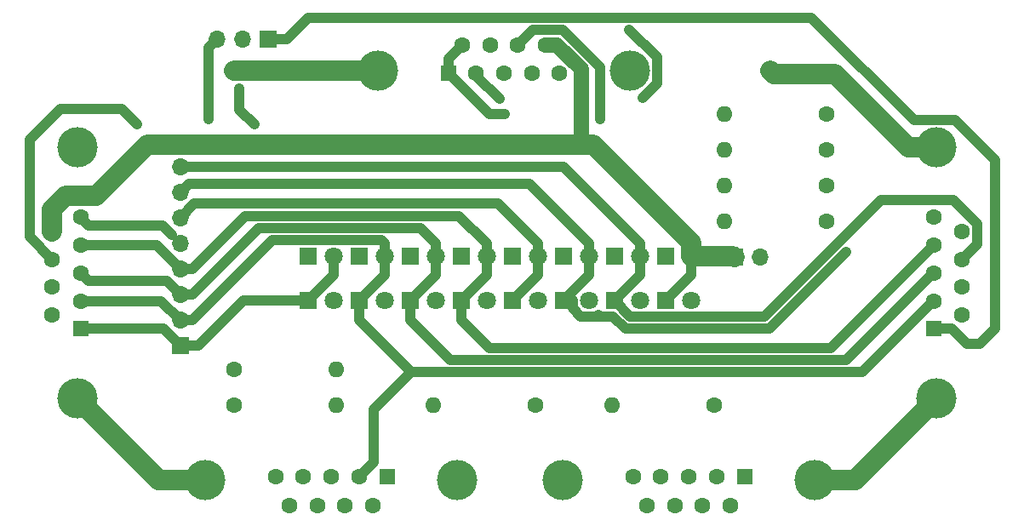
<source format=gtl>
G04 #@! TF.GenerationSoftware,KiCad,Pcbnew,5.0.2-bee76a0~70~ubuntu14.04.1*
G04 #@! TF.CreationDate,2019-02-12T21:08:15+10:00*
G04 #@! TF.ProjectId,RS232Sniffer,52533233-3253-46e6-9966-6665722e6b69,rev?*
G04 #@! TF.SameCoordinates,Original*
G04 #@! TF.FileFunction,Copper,L1,Top*
G04 #@! TF.FilePolarity,Positive*
%FSLAX46Y46*%
G04 Gerber Fmt 4.6, Leading zero omitted, Abs format (unit mm)*
G04 Created by KiCad (PCBNEW 5.0.2-bee76a0~70~ubuntu14.04.1) date Tue 12 Feb 2019 21:08:15 AEST*
%MOMM*%
%LPD*%
G01*
G04 APERTURE LIST*
G04 #@! TA.AperFunction,ComponentPad*
%ADD10R,1.800000X1.800000*%
G04 #@! TD*
G04 #@! TA.AperFunction,ComponentPad*
%ADD11C,1.800000*%
G04 #@! TD*
G04 #@! TA.AperFunction,ComponentPad*
%ADD12R,1.700000X1.700000*%
G04 #@! TD*
G04 #@! TA.AperFunction,ComponentPad*
%ADD13O,1.700000X1.700000*%
G04 #@! TD*
G04 #@! TA.AperFunction,ComponentPad*
%ADD14O,1.600000X1.600000*%
G04 #@! TD*
G04 #@! TA.AperFunction,ComponentPad*
%ADD15C,1.600000*%
G04 #@! TD*
G04 #@! TA.AperFunction,ComponentPad*
%ADD16C,4.000000*%
G04 #@! TD*
G04 #@! TA.AperFunction,ComponentPad*
%ADD17R,1.600000X1.600000*%
G04 #@! TD*
G04 #@! TA.AperFunction,ViaPad*
%ADD18C,0.800000*%
G04 #@! TD*
G04 #@! TA.AperFunction,Conductor*
%ADD19C,1.000000*%
G04 #@! TD*
G04 #@! TA.AperFunction,Conductor*
%ADD20C,2.000000*%
G04 #@! TD*
G04 #@! TA.AperFunction,Conductor*
%ADD21C,1.500000*%
G04 #@! TD*
G04 APERTURE END LIST*
D10*
G04 #@! TO.P,D1,1*
G04 #@! TO.N,Net-(D1-Pad1)*
X92710000Y-98425000D03*
D11*
G04 #@! TO.P,D1,2*
G04 #@! TO.N,DCD*
X95250000Y-98425000D03*
G04 #@! TD*
G04 #@! TO.P,D2,2*
G04 #@! TO.N,Net-(D1-Pad1)*
X95250000Y-102870000D03*
D10*
G04 #@! TO.P,D2,1*
G04 #@! TO.N,DCD*
X92710000Y-102870000D03*
G04 #@! TD*
G04 #@! TO.P,D3,1*
G04 #@! TO.N,Net-(D3-Pad1)*
X113030000Y-98425000D03*
D11*
G04 #@! TO.P,D3,2*
G04 #@! TO.N,DSR*
X115570000Y-98425000D03*
G04 #@! TD*
G04 #@! TO.P,D4,2*
G04 #@! TO.N,Net-(D3-Pad1)*
X115570000Y-102870000D03*
D10*
G04 #@! TO.P,D4,1*
G04 #@! TO.N,DSR*
X113030000Y-102870000D03*
G04 #@! TD*
G04 #@! TO.P,D5,1*
G04 #@! TO.N,Net-(D5-Pad1)*
X107950000Y-98425000D03*
D11*
G04 #@! TO.P,D5,2*
G04 #@! TO.N,DTR*
X110490000Y-98425000D03*
G04 #@! TD*
G04 #@! TO.P,D6,2*
G04 #@! TO.N,Net-(D5-Pad1)*
X110490000Y-102870000D03*
D10*
G04 #@! TO.P,D6,1*
G04 #@! TO.N,DTR*
X107950000Y-102870000D03*
G04 #@! TD*
G04 #@! TO.P,D7,1*
G04 #@! TO.N,Net-(D7-Pad1)*
X118110000Y-98425000D03*
D11*
G04 #@! TO.P,D7,2*
G04 #@! TO.N,RTS*
X120650000Y-98425000D03*
G04 #@! TD*
G04 #@! TO.P,D8,2*
G04 #@! TO.N,Net-(D7-Pad1)*
X120650000Y-102870000D03*
D10*
G04 #@! TO.P,D8,1*
G04 #@! TO.N,RTS*
X118110000Y-102870000D03*
G04 #@! TD*
G04 #@! TO.P,D9,1*
G04 #@! TO.N,Net-(D10-Pad2)*
X123190000Y-98425000D03*
D11*
G04 #@! TO.P,D9,2*
G04 #@! TO.N,CTS*
X125730000Y-98425000D03*
G04 #@! TD*
G04 #@! TO.P,D10,2*
G04 #@! TO.N,Net-(D10-Pad2)*
X125730000Y-102870000D03*
D10*
G04 #@! TO.P,D10,1*
G04 #@! TO.N,CTS*
X123190000Y-102870000D03*
G04 #@! TD*
G04 #@! TO.P,D11,1*
G04 #@! TO.N,Net-(D11-Pad1)*
X128270000Y-98425000D03*
D11*
G04 #@! TO.P,D11,2*
G04 #@! TO.N,RI*
X130810000Y-98425000D03*
G04 #@! TD*
G04 #@! TO.P,D12,2*
G04 #@! TO.N,Net-(D11-Pad1)*
X130810000Y-102870000D03*
D10*
G04 #@! TO.P,D12,1*
G04 #@! TO.N,RI*
X128270000Y-102870000D03*
G04 #@! TD*
G04 #@! TO.P,D13,1*
G04 #@! TO.N,Net-(D13-Pad1)*
X97790000Y-98425000D03*
D11*
G04 #@! TO.P,D13,2*
G04 #@! TO.N,RX*
X100330000Y-98425000D03*
G04 #@! TD*
G04 #@! TO.P,D14,2*
G04 #@! TO.N,Net-(D13-Pad1)*
X100330000Y-102870000D03*
D10*
G04 #@! TO.P,D14,1*
G04 #@! TO.N,RX*
X97790000Y-102870000D03*
G04 #@! TD*
G04 #@! TO.P,D15,1*
G04 #@! TO.N,Net-(D15-Pad1)*
X102870000Y-98425000D03*
D11*
G04 #@! TO.P,D15,2*
G04 #@! TO.N,TX*
X105410000Y-98425000D03*
G04 #@! TD*
G04 #@! TO.P,D16,2*
G04 #@! TO.N,Net-(D15-Pad1)*
X105410000Y-102870000D03*
D10*
G04 #@! TO.P,D16,1*
G04 #@! TO.N,TX*
X102870000Y-102870000D03*
G04 #@! TD*
D12*
G04 #@! TO.P,J6,1*
G04 #@! TO.N,DCD*
X80010000Y-107315000D03*
D13*
G04 #@! TO.P,J6,2*
G04 #@! TO.N,RX*
X80010000Y-104775000D03*
G04 #@! TO.P,J6,3*
G04 #@! TO.N,TX*
X80010000Y-102235000D03*
G04 #@! TO.P,J6,4*
G04 #@! TO.N,DTR*
X80010000Y-99695000D03*
G04 #@! TO.P,J6,5*
G04 #@! TO.N,GND*
X80010000Y-97155000D03*
G04 #@! TO.P,J6,6*
G04 #@! TO.N,DSR*
X80010000Y-94615000D03*
G04 #@! TO.P,J6,7*
G04 #@! TO.N,RTS*
X80010000Y-92075000D03*
G04 #@! TO.P,J6,8*
G04 #@! TO.N,CTS*
X80010000Y-89535000D03*
G04 #@! TD*
D12*
G04 #@! TO.P,J7,1*
G04 #@! TO.N,RI*
X135128000Y-98552000D03*
D13*
G04 #@! TO.P,J7,2*
G04 #@! TO.N,GND*
X137668000Y-98552000D03*
G04 #@! TD*
D14*
G04 #@! TO.P,R1,2*
G04 #@! TO.N,Net-(D1-Pad1)*
X95504000Y-109728000D03*
D15*
G04 #@! TO.P,R1,1*
G04 #@! TO.N,GND*
X85344000Y-109728000D03*
G04 #@! TD*
G04 #@! TO.P,R2,1*
G04 #@! TO.N,GND*
X144272000Y-84328000D03*
D14*
G04 #@! TO.P,R2,2*
G04 #@! TO.N,Net-(D3-Pad1)*
X134112000Y-84328000D03*
G04 #@! TD*
G04 #@! TO.P,R3,2*
G04 #@! TO.N,Net-(D5-Pad1)*
X122936000Y-113284000D03*
D15*
G04 #@! TO.P,R3,1*
G04 #@! TO.N,GND*
X133096000Y-113284000D03*
G04 #@! TD*
G04 #@! TO.P,R4,1*
G04 #@! TO.N,GND*
X144272000Y-87884000D03*
D14*
G04 #@! TO.P,R4,2*
G04 #@! TO.N,Net-(D7-Pad1)*
X134112000Y-87884000D03*
G04 #@! TD*
D15*
G04 #@! TO.P,R5,1*
G04 #@! TO.N,GND*
X144272000Y-91440000D03*
D14*
G04 #@! TO.P,R5,2*
G04 #@! TO.N,Net-(D10-Pad2)*
X134112000Y-91440000D03*
G04 #@! TD*
G04 #@! TO.P,R6,2*
G04 #@! TO.N,Net-(D11-Pad1)*
X134112000Y-94996000D03*
D15*
G04 #@! TO.P,R6,1*
G04 #@! TO.N,GND*
X144272000Y-94996000D03*
G04 #@! TD*
D14*
G04 #@! TO.P,R7,2*
G04 #@! TO.N,Net-(D13-Pad1)*
X95504000Y-113284000D03*
D15*
G04 #@! TO.P,R7,1*
G04 #@! TO.N,GND*
X85344000Y-113284000D03*
G04 #@! TD*
G04 #@! TO.P,R8,1*
G04 #@! TO.N,GND*
X115316000Y-113284000D03*
D14*
G04 #@! TO.P,R8,2*
G04 #@! TO.N,Net-(D15-Pad1)*
X105156000Y-113284000D03*
G04 #@! TD*
D12*
G04 #@! TO.P,SW1,1*
G04 #@! TO.N,Net-(J4-Pad1)*
X88773000Y-76835000D03*
D13*
G04 #@! TO.P,SW1,2*
G04 #@! TO.N,DCD*
X86233000Y-76835000D03*
G04 #@! TO.P,SW1,3*
G04 #@! TO.N,DSR*
X83693000Y-76835000D03*
G04 #@! TD*
D16*
G04 #@! TO.P,J1,0*
G04 #@! TO.N,Earth*
X69804000Y-112624000D03*
X69804000Y-87624000D03*
D15*
G04 #@! TO.P,J1,9*
G04 #@! TO.N,RI*
X67264000Y-95969000D03*
G04 #@! TO.P,J1,8*
G04 #@! TO.N,CTS*
X67264000Y-98739000D03*
G04 #@! TO.P,J1,7*
G04 #@! TO.N,RTS*
X67264000Y-101509000D03*
G04 #@! TO.P,J1,6*
G04 #@! TO.N,DSR*
X67264000Y-104279000D03*
G04 #@! TO.P,J1,5*
G04 #@! TO.N,GND*
X70104000Y-94584000D03*
G04 #@! TO.P,J1,4*
G04 #@! TO.N,DTR*
X70104000Y-97354000D03*
G04 #@! TO.P,J1,3*
G04 #@! TO.N,TX*
X70104000Y-100124000D03*
G04 #@! TO.P,J1,2*
G04 #@! TO.N,RX*
X70104000Y-102894000D03*
D17*
G04 #@! TO.P,J1,1*
G04 #@! TO.N,DCD*
X70104000Y-105664000D03*
G04 #@! TD*
G04 #@! TO.P,J2,1*
G04 #@! TO.N,N/C*
X100584000Y-120396000D03*
D15*
G04 #@! TO.P,J2,2*
G04 #@! TO.N,RX*
X97814000Y-120396000D03*
G04 #@! TO.P,J2,3*
G04 #@! TO.N,N/C*
X95044000Y-120396000D03*
G04 #@! TO.P,J2,4*
X92274000Y-120396000D03*
G04 #@! TO.P,J2,5*
G04 #@! TO.N,GND*
X89504000Y-120396000D03*
G04 #@! TO.P,J2,6*
G04 #@! TO.N,N/C*
X99199000Y-123236000D03*
G04 #@! TO.P,J2,7*
X96429000Y-123236000D03*
G04 #@! TO.P,J2,8*
X93659000Y-123236000D03*
G04 #@! TO.P,J2,9*
X90889000Y-123236000D03*
D16*
G04 #@! TO.P,J2,0*
G04 #@! TO.N,Earth*
X82544000Y-120696000D03*
X107544000Y-120696000D03*
G04 #@! TD*
G04 #@! TO.P,J3,0*
G04 #@! TO.N,Earth*
X143104000Y-120696000D03*
X118104000Y-120696000D03*
D15*
G04 #@! TO.P,J3,9*
G04 #@! TO.N,N/C*
X126449000Y-123236000D03*
G04 #@! TO.P,J3,8*
X129219000Y-123236000D03*
G04 #@! TO.P,J3,7*
X131989000Y-123236000D03*
G04 #@! TO.P,J3,6*
X134759000Y-123236000D03*
G04 #@! TO.P,J3,5*
G04 #@! TO.N,GND*
X125064000Y-120396000D03*
G04 #@! TO.P,J3,4*
G04 #@! TO.N,N/C*
X127834000Y-120396000D03*
G04 #@! TO.P,J3,3*
X130604000Y-120396000D03*
G04 #@! TO.P,J3,2*
G04 #@! TO.N,TX*
X133374000Y-120396000D03*
D17*
G04 #@! TO.P,J3,1*
G04 #@! TO.N,N/C*
X136144000Y-120396000D03*
G04 #@! TD*
G04 #@! TO.P,J4,1*
G04 #@! TO.N,Net-(J4-Pad1)*
X154940000Y-105664000D03*
D15*
G04 #@! TO.P,J4,2*
G04 #@! TO.N,RX*
X154940000Y-102894000D03*
G04 #@! TO.P,J4,3*
G04 #@! TO.N,TX*
X154940000Y-100124000D03*
G04 #@! TO.P,J4,4*
G04 #@! TO.N,DTR*
X154940000Y-97354000D03*
G04 #@! TO.P,J4,5*
G04 #@! TO.N,GND*
X154940000Y-94584000D03*
G04 #@! TO.P,J4,6*
G04 #@! TO.N,DSR*
X157780000Y-104279000D03*
G04 #@! TO.P,J4,7*
G04 #@! TO.N,RTS*
X157780000Y-101509000D03*
G04 #@! TO.P,J4,8*
G04 #@! TO.N,CTS*
X157780000Y-98739000D03*
G04 #@! TO.P,J4,9*
G04 #@! TO.N,RI*
X157780000Y-95969000D03*
D16*
G04 #@! TO.P,J4,0*
G04 #@! TO.N,Earth*
X155240000Y-112624000D03*
X155240000Y-87624000D03*
G04 #@! TD*
D17*
G04 #@! TO.P,J5,1*
G04 #@! TO.N,DTR*
X106680000Y-80264000D03*
D15*
G04 #@! TO.P,J5,2*
G04 #@! TO.N,TX*
X109450000Y-80264000D03*
G04 #@! TO.P,J5,3*
G04 #@! TO.N,RX*
X112220000Y-80264000D03*
G04 #@! TO.P,J5,4*
G04 #@! TO.N,DSR*
X114990000Y-80264000D03*
G04 #@! TO.P,J5,5*
G04 #@! TO.N,GND*
X117760000Y-80264000D03*
G04 #@! TO.P,J5,6*
G04 #@! TO.N,DTR*
X108065000Y-77424000D03*
G04 #@! TO.P,J5,7*
G04 #@! TO.N,CTS*
X110835000Y-77424000D03*
G04 #@! TO.P,J5,8*
G04 #@! TO.N,RTS*
X113605000Y-77424000D03*
G04 #@! TO.P,J5,9*
G04 #@! TO.N,RI*
X116375000Y-77424000D03*
D16*
G04 #@! TO.P,J5,0*
G04 #@! TO.N,Earth*
X124720000Y-79964000D03*
X99720000Y-79964000D03*
G04 #@! TD*
D18*
G04 #@! TO.N,DCD*
X85924176Y-81788000D03*
X87376000Y-85344000D03*
G04 #@! TO.N,DSR*
X105156000Y-93224969D03*
X83820000Y-93224969D03*
X82843001Y-84836000D03*
G04 #@! TO.N,RTS*
X109728000Y-91225001D03*
X121758140Y-84836000D03*
X146280621Y-98020621D03*
G04 #@! TO.N,DTR*
X112268000Y-84328000D03*
X101600000Y-94424979D03*
G04 #@! TO.N,CTS*
X111252000Y-89535000D03*
X126016001Y-82664001D03*
X124676001Y-75923999D03*
X75692000Y-85344000D03*
G04 #@! TO.N,RX*
X96520000Y-96824999D03*
G04 #@! TO.N,TX*
X129032000Y-108795011D03*
X99060000Y-95624989D03*
X111760000Y-82804000D03*
G04 #@! TO.N,Earth*
X138684000Y-79964000D03*
X85344000Y-79964000D03*
G04 #@! TD*
D19*
G04 #@! TO.N,GND*
X70104000Y-94584000D02*
X70903999Y-95383999D01*
X78238999Y-95383999D02*
X79160001Y-96305001D01*
X70903999Y-95383999D02*
X78238999Y-95383999D01*
G04 #@! TO.N,DCD*
X78359000Y-105664000D02*
X80010000Y-107315000D01*
X70104000Y-105664000D02*
X78359000Y-105664000D01*
X95250000Y-100330000D02*
X95250000Y-98425000D01*
X92710000Y-102870000D02*
X95250000Y-100330000D01*
X86305000Y-102870000D02*
X92710000Y-102870000D01*
X81860000Y-107315000D02*
X86305000Y-102870000D01*
X80010000Y-107315000D02*
X81860000Y-107315000D01*
X85924176Y-83892176D02*
X87376000Y-85344000D01*
X85924176Y-81788000D02*
X85924176Y-83892176D01*
G04 #@! TO.N,DSR*
X115570000Y-97152208D02*
X115570000Y-98425000D01*
X111642761Y-93224969D02*
X115570000Y-97152208D01*
X81400031Y-93224969D02*
X83820000Y-93224969D01*
X80010000Y-94615000D02*
X81400031Y-93224969D01*
X115570000Y-100330000D02*
X113030000Y-102870000D01*
X115570000Y-98425000D02*
X115570000Y-100330000D01*
X104140000Y-93224969D02*
X105156000Y-93224969D01*
X105156000Y-93224969D02*
X111642761Y-93224969D01*
X84328000Y-93224969D02*
X104140000Y-93224969D01*
X83820000Y-93224969D02*
X84328000Y-93224969D01*
X82843001Y-77684999D02*
X83693000Y-76835000D01*
X82843001Y-84836000D02*
X82843001Y-77684999D01*
G04 #@! TO.N,RTS*
X120650000Y-97152208D02*
X120650000Y-98425000D01*
X114722793Y-91225001D02*
X120650000Y-97152208D01*
X80859999Y-91225001D02*
X107188000Y-91225001D01*
X80010000Y-92075000D02*
X80859999Y-91225001D01*
X120650000Y-100330000D02*
X118110000Y-102870000D01*
X120650000Y-98425000D02*
X120650000Y-100330000D01*
X107188000Y-91225001D02*
X114722793Y-91225001D01*
X121589999Y-104330001D02*
X121729999Y-104470001D01*
X123092931Y-104470001D02*
X124292941Y-105670011D01*
X138631231Y-105670011D02*
X146280621Y-98020621D01*
X124292941Y-105670011D02*
X138631231Y-105670011D01*
X119881999Y-104470001D02*
X121418001Y-104470001D01*
X121589999Y-104298003D02*
X121589999Y-104330001D01*
X121418001Y-104470001D02*
X121589999Y-104298003D01*
X119049999Y-103638001D02*
X119881999Y-104470001D01*
X118110000Y-102870000D02*
X119049999Y-102870000D01*
X119049999Y-102870000D02*
X119049999Y-103638001D01*
X121729999Y-104470001D02*
X123092931Y-104470001D01*
X121758140Y-79621516D02*
X121758140Y-80587138D01*
X118060623Y-75923999D02*
X121758140Y-79621516D01*
X115105001Y-75923999D02*
X118060623Y-75923999D01*
X121758140Y-80587138D02*
X121758140Y-84836000D01*
X113605000Y-77424000D02*
X115105001Y-75923999D01*
G04 #@! TO.N,DTR*
X77669000Y-97354000D02*
X80010000Y-99695000D01*
X70104000Y-97354000D02*
X77669000Y-97354000D01*
X110490000Y-97152208D02*
X110490000Y-98425000D01*
X107762771Y-94424979D02*
X110490000Y-97152208D01*
X86482102Y-94424979D02*
X101600000Y-94424979D01*
X81212081Y-99695000D02*
X86482102Y-94424979D01*
X80010000Y-99695000D02*
X81212081Y-99695000D01*
X144698999Y-107595001D02*
X154140001Y-98153999D01*
X110775001Y-107595001D02*
X144698999Y-107595001D01*
X154140001Y-98153999D02*
X154940000Y-97354000D01*
X107950000Y-104770000D02*
X110775001Y-107595001D01*
X107950000Y-102870000D02*
X107950000Y-104770000D01*
X110490000Y-100330000D02*
X107950000Y-102870000D01*
X110490000Y-98425000D02*
X110490000Y-100330000D01*
X101600000Y-94424979D02*
X107762771Y-94424979D01*
X106680000Y-78809000D02*
X108065000Y-77424000D01*
X106680000Y-80264000D02*
X106680000Y-78809000D01*
X110744000Y-84328000D02*
X106680000Y-80264000D01*
X112268000Y-84328000D02*
X110744000Y-84328000D01*
G04 #@! TO.N,CTS*
X125730000Y-100330000D02*
X123190000Y-102870000D01*
X125730000Y-98425000D02*
X125730000Y-100330000D01*
X118112792Y-89535000D02*
X125730000Y-97152208D01*
X125730000Y-97152208D02*
X125730000Y-98425000D01*
X80010000Y-89535000D02*
X109728000Y-89535000D01*
X109728000Y-89535000D02*
X111252000Y-89535000D01*
X111252000Y-89535000D02*
X118112792Y-89535000D01*
X67264000Y-98739000D02*
X65024000Y-96499000D01*
X65024000Y-96499000D02*
X65024000Y-86868000D01*
X65024000Y-86868000D02*
X68072000Y-83820000D01*
X68072000Y-83820000D02*
X74168000Y-83820000D01*
X74168000Y-83820000D02*
X75692000Y-85344000D01*
X126416000Y-82264002D02*
X126016001Y-82664001D01*
X127420001Y-78667999D02*
X127420001Y-81260001D01*
X127420001Y-81260001D02*
X126416000Y-82264002D01*
X124676001Y-75923999D02*
X127420001Y-78667999D01*
X159280001Y-95248999D02*
X159280001Y-97238999D01*
X158579999Y-97939001D02*
X157780000Y-98739000D01*
X138134171Y-104470000D02*
X149732173Y-92871998D01*
X124790000Y-104470000D02*
X138134171Y-104470000D01*
X149732173Y-92871998D02*
X156903000Y-92871998D01*
X156903000Y-92871998D02*
X159280001Y-95248999D01*
X159280001Y-97238999D02*
X158579999Y-97939001D01*
X123190000Y-102870000D02*
X124790000Y-104470000D01*
G04 #@! TO.N,RI*
X130810000Y-100330000D02*
X128270000Y-102870000D01*
X130810000Y-98425000D02*
X130810000Y-100330000D01*
D20*
X135001000Y-98425000D02*
X135128000Y-98552000D01*
X130810000Y-98425000D02*
X135001000Y-98425000D01*
X130810000Y-97152208D02*
X130810000Y-98425000D01*
X130810000Y-97084000D02*
X130810000Y-97152208D01*
X121102000Y-87376000D02*
X130810000Y-97084000D01*
X67264000Y-95969000D02*
X67264000Y-93772000D01*
D19*
X119260001Y-86987999D02*
X118872000Y-87376000D01*
D21*
X119888000Y-79801998D02*
X119888000Y-87376000D01*
X117510002Y-77424000D02*
X119888000Y-79801998D01*
X116375000Y-77424000D02*
X117510002Y-77424000D01*
D20*
X119888000Y-87376000D02*
X121102000Y-87376000D01*
X118872000Y-87376000D02*
X119888000Y-87376000D01*
X67264000Y-93772000D02*
X68580000Y-92456000D01*
X71628000Y-92456000D02*
X76708000Y-87376000D01*
X68580000Y-92456000D02*
X71628000Y-92456000D01*
X76708000Y-87376000D02*
X118872000Y-87376000D01*
D19*
G04 #@! TO.N,RX*
X78129000Y-102894000D02*
X80010000Y-104775000D01*
X70104000Y-102894000D02*
X78129000Y-102894000D01*
X100330000Y-97152208D02*
X100330000Y-98425000D01*
X100002791Y-96824999D02*
X100330000Y-97152208D01*
X81212081Y-104775000D02*
X89162082Y-96824999D01*
X89162082Y-96824999D02*
X96520000Y-96824999D01*
X80010000Y-104775000D02*
X81212081Y-104775000D01*
X154140001Y-103693999D02*
X154940000Y-102894000D01*
X103015021Y-109995021D02*
X147838979Y-109995021D01*
X147838979Y-109995021D02*
X154140001Y-103693999D01*
X97790000Y-104770000D02*
X103015021Y-109995021D01*
X97790000Y-102870000D02*
X97790000Y-104770000D01*
X99290001Y-113720041D02*
X103015021Y-109995021D01*
X99290001Y-118919999D02*
X99290001Y-113720041D01*
X97814000Y-120396000D02*
X99290001Y-118919999D01*
X100330000Y-100330000D02*
X97790000Y-102870000D01*
X100330000Y-98425000D02*
X100330000Y-100330000D01*
X96520000Y-96824999D02*
X100002791Y-96824999D01*
G04 #@! TO.N,TX*
X79160001Y-101385001D02*
X80010000Y-102235000D01*
X78698999Y-100923999D02*
X79160001Y-101385001D01*
X70903999Y-100923999D02*
X78698999Y-100923999D01*
X70104000Y-100124000D02*
X70903999Y-100923999D01*
X105410000Y-97152208D02*
X105410000Y-98425000D01*
X103882781Y-95624989D02*
X105410000Y-97152208D01*
X87822092Y-95624989D02*
X99060000Y-95624989D01*
X81212081Y-102235000D02*
X87822092Y-95624989D01*
X80010000Y-102235000D02*
X81212081Y-102235000D01*
X154140001Y-100923999D02*
X154940000Y-100124000D01*
X146268989Y-108795011D02*
X154140001Y-100923999D01*
X102870000Y-104770000D02*
X106895011Y-108795011D01*
X106895011Y-108795011D02*
X129032000Y-108795011D01*
X102870000Y-102870000D02*
X102870000Y-104770000D01*
X129032000Y-108795011D02*
X146268989Y-108795011D01*
X105410000Y-100330000D02*
X102870000Y-102870000D01*
X105410000Y-98425000D02*
X105410000Y-100330000D01*
X99060000Y-95624989D02*
X103882781Y-95624989D01*
X109450000Y-80494000D02*
X111760000Y-82804000D01*
X109450000Y-80264000D02*
X109450000Y-80494000D01*
G04 #@! TO.N,Net-(J4-Pad1)*
X88773000Y-76835000D02*
X90623000Y-76835000D01*
X90623000Y-76835000D02*
X92734011Y-74723989D01*
X156740000Y-105664000D02*
X154940000Y-105664000D01*
X92734011Y-74723989D02*
X142795989Y-74723989D01*
X142795989Y-74723989D02*
X152995999Y-84923999D01*
X161036000Y-105664000D02*
X159512000Y-107188000D01*
X152995999Y-84923999D02*
X157059999Y-84923999D01*
X158264000Y-107188000D02*
X156740000Y-105664000D01*
X157059999Y-84923999D02*
X161036000Y-88900000D01*
X161036000Y-88900000D02*
X161036000Y-105664000D01*
X159512000Y-107188000D02*
X158264000Y-107188000D01*
D20*
G04 #@! TO.N,Earth*
X99720000Y-79964000D02*
X85344000Y-79964000D01*
X77876000Y-120696000D02*
X69804000Y-112624000D01*
X82544000Y-120696000D02*
X77876000Y-120696000D01*
X147168000Y-120696000D02*
X155240000Y-112624000D01*
X143104000Y-120696000D02*
X147168000Y-120696000D01*
X152411573Y-87624000D02*
X155240000Y-87624000D01*
X145151572Y-80363999D02*
X152411573Y-87624000D01*
X139083999Y-80363999D02*
X145151572Y-80363999D01*
X138684000Y-79964000D02*
X139083999Y-80363999D01*
G04 #@! TD*
M02*

</source>
